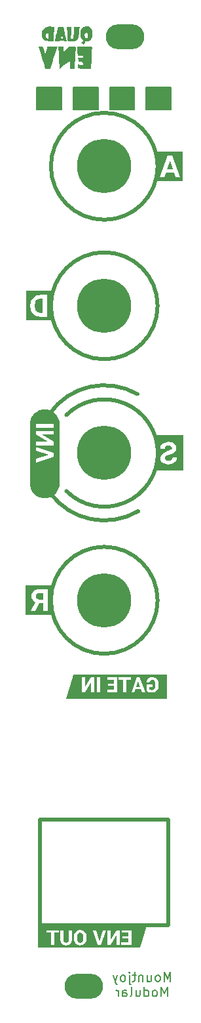
<source format=gbr>
%TF.GenerationSoftware,KiCad,Pcbnew,7.0.7*%
%TF.CreationDate,2023-08-21T13:05:00+01:00*%
%TF.ProjectId,QuadEnv_Panel_2,51756164-456e-4765-9f50-616e656c5f32,rev?*%
%TF.SameCoordinates,Original*%
%TF.FileFunction,Soldermask,Bot*%
%TF.FilePolarity,Negative*%
%FSLAX46Y46*%
G04 Gerber Fmt 4.6, Leading zero omitted, Abs format (unit mm)*
G04 Created by KiCad (PCBNEW 7.0.7) date 2023-08-21 13:05:00*
%MOMM*%
%LPD*%
G01*
G04 APERTURE LIST*
%ADD10C,0.150000*%
%ADD11C,0.500000*%
%ADD12C,0.200000*%
%ADD13O,5.000000X3.200000*%
%ADD14C,7.000000*%
G04 APERTURE END LIST*
D10*
X50700000Y-43800000D02*
X53900000Y-43800000D01*
X53900000Y-46700000D01*
X50700000Y-46700000D01*
X50700000Y-43800000D01*
G36*
X50700000Y-43800000D02*
G01*
X53900000Y-43800000D01*
X53900000Y-46700000D01*
X50700000Y-46700000D01*
X50700000Y-43800000D01*
G37*
X55400000Y-43800000D02*
X58600000Y-43800000D01*
X58600000Y-46700000D01*
X55400000Y-46700000D01*
X55400000Y-43800000D01*
G36*
X55400000Y-43800000D02*
G01*
X58600000Y-43800000D01*
X58600000Y-46700000D01*
X55400000Y-46700000D01*
X55400000Y-43800000D01*
G37*
X60100000Y-43800000D02*
X63300000Y-43800000D01*
X63300000Y-46700000D01*
X60100000Y-46700000D01*
X60100000Y-43800000D01*
G36*
X60100000Y-43800000D02*
G01*
X63300000Y-43800000D01*
X63300000Y-46700000D01*
X60100000Y-46700000D01*
X60100000Y-43800000D01*
G37*
X64800000Y-43800000D02*
X68000000Y-43800000D01*
X68000000Y-46700000D01*
X64800000Y-46700000D01*
X64800000Y-43800000D01*
G36*
X64800000Y-43800000D02*
G01*
X68000000Y-43800000D01*
X68000000Y-46700000D01*
X64800000Y-46700000D01*
X64800000Y-43800000D01*
G37*
D11*
X51100000Y-138300000D02*
X67700000Y-138300000D01*
X67700000Y-151900000D01*
X51100000Y-151900000D01*
X51100000Y-138300000D01*
X52419820Y-96185276D02*
G75*
G03*
X63800000Y-98500000I6980180J5185276D01*
G01*
X63700000Y-83400001D02*
G75*
G03*
X52331612Y-85922262I-4300000J-7499999D01*
G01*
X54500001Y-95899999D02*
G75*
G03*
X54500001Y-86100001I4899998J4899999D01*
G01*
X66300000Y-110000000D02*
G75*
G03*
X66300000Y-110000000I-6900000J0D01*
G01*
X66300000Y-72000000D02*
G75*
G03*
X66300000Y-72000000I-6900000J0D01*
G01*
X66300000Y-54000000D02*
G75*
G03*
X66300000Y-54000000I-6900000J0D01*
G01*
D12*
X67957142Y-159178742D02*
X67957142Y-157978742D01*
X67957142Y-157978742D02*
X67557142Y-158835885D01*
X67557142Y-158835885D02*
X67157142Y-157978742D01*
X67157142Y-157978742D02*
X67157142Y-159178742D01*
X66414285Y-159178742D02*
X66528570Y-159121600D01*
X66528570Y-159121600D02*
X66585713Y-159064457D01*
X66585713Y-159064457D02*
X66642856Y-158950171D01*
X66642856Y-158950171D02*
X66642856Y-158607314D01*
X66642856Y-158607314D02*
X66585713Y-158493028D01*
X66585713Y-158493028D02*
X66528570Y-158435885D01*
X66528570Y-158435885D02*
X66414285Y-158378742D01*
X66414285Y-158378742D02*
X66242856Y-158378742D01*
X66242856Y-158378742D02*
X66128570Y-158435885D01*
X66128570Y-158435885D02*
X66071428Y-158493028D01*
X66071428Y-158493028D02*
X66014285Y-158607314D01*
X66014285Y-158607314D02*
X66014285Y-158950171D01*
X66014285Y-158950171D02*
X66071428Y-159064457D01*
X66071428Y-159064457D02*
X66128570Y-159121600D01*
X66128570Y-159121600D02*
X66242856Y-159178742D01*
X66242856Y-159178742D02*
X66414285Y-159178742D01*
X64985714Y-158378742D02*
X64985714Y-159178742D01*
X65499999Y-158378742D02*
X65499999Y-159007314D01*
X65499999Y-159007314D02*
X65442856Y-159121600D01*
X65442856Y-159121600D02*
X65328571Y-159178742D01*
X65328571Y-159178742D02*
X65157142Y-159178742D01*
X65157142Y-159178742D02*
X65042856Y-159121600D01*
X65042856Y-159121600D02*
X64985714Y-159064457D01*
X64414285Y-158378742D02*
X64414285Y-159178742D01*
X64414285Y-158493028D02*
X64357142Y-158435885D01*
X64357142Y-158435885D02*
X64242857Y-158378742D01*
X64242857Y-158378742D02*
X64071428Y-158378742D01*
X64071428Y-158378742D02*
X63957142Y-158435885D01*
X63957142Y-158435885D02*
X63900000Y-158550171D01*
X63900000Y-158550171D02*
X63900000Y-159178742D01*
X63500000Y-158378742D02*
X63042857Y-158378742D01*
X63328571Y-157978742D02*
X63328571Y-159007314D01*
X63328571Y-159007314D02*
X63271428Y-159121600D01*
X63271428Y-159121600D02*
X63157143Y-159178742D01*
X63157143Y-159178742D02*
X63042857Y-159178742D01*
X62642857Y-158378742D02*
X62642857Y-159407314D01*
X62642857Y-159407314D02*
X62700000Y-159521600D01*
X62700000Y-159521600D02*
X62814286Y-159578742D01*
X62814286Y-159578742D02*
X62871429Y-159578742D01*
X62642857Y-157978742D02*
X62700000Y-158035885D01*
X62700000Y-158035885D02*
X62642857Y-158093028D01*
X62642857Y-158093028D02*
X62585714Y-158035885D01*
X62585714Y-158035885D02*
X62642857Y-157978742D01*
X62642857Y-157978742D02*
X62642857Y-158093028D01*
X61900000Y-159178742D02*
X62014285Y-159121600D01*
X62014285Y-159121600D02*
X62071428Y-159064457D01*
X62071428Y-159064457D02*
X62128571Y-158950171D01*
X62128571Y-158950171D02*
X62128571Y-158607314D01*
X62128571Y-158607314D02*
X62071428Y-158493028D01*
X62071428Y-158493028D02*
X62014285Y-158435885D01*
X62014285Y-158435885D02*
X61900000Y-158378742D01*
X61900000Y-158378742D02*
X61728571Y-158378742D01*
X61728571Y-158378742D02*
X61614285Y-158435885D01*
X61614285Y-158435885D02*
X61557143Y-158493028D01*
X61557143Y-158493028D02*
X61500000Y-158607314D01*
X61500000Y-158607314D02*
X61500000Y-158950171D01*
X61500000Y-158950171D02*
X61557143Y-159064457D01*
X61557143Y-159064457D02*
X61614285Y-159121600D01*
X61614285Y-159121600D02*
X61728571Y-159178742D01*
X61728571Y-159178742D02*
X61900000Y-159178742D01*
X61100000Y-158378742D02*
X60814286Y-159178742D01*
X60528571Y-158378742D02*
X60814286Y-159178742D01*
X60814286Y-159178742D02*
X60928571Y-159464457D01*
X60928571Y-159464457D02*
X60985714Y-159521600D01*
X60985714Y-159521600D02*
X61100000Y-159578742D01*
X67557141Y-161110742D02*
X67557141Y-159910742D01*
X67557141Y-159910742D02*
X67157141Y-160767885D01*
X67157141Y-160767885D02*
X66757141Y-159910742D01*
X66757141Y-159910742D02*
X66757141Y-161110742D01*
X66014284Y-161110742D02*
X66128569Y-161053600D01*
X66128569Y-161053600D02*
X66185712Y-160996457D01*
X66185712Y-160996457D02*
X66242855Y-160882171D01*
X66242855Y-160882171D02*
X66242855Y-160539314D01*
X66242855Y-160539314D02*
X66185712Y-160425028D01*
X66185712Y-160425028D02*
X66128569Y-160367885D01*
X66128569Y-160367885D02*
X66014284Y-160310742D01*
X66014284Y-160310742D02*
X65842855Y-160310742D01*
X65842855Y-160310742D02*
X65728569Y-160367885D01*
X65728569Y-160367885D02*
X65671427Y-160425028D01*
X65671427Y-160425028D02*
X65614284Y-160539314D01*
X65614284Y-160539314D02*
X65614284Y-160882171D01*
X65614284Y-160882171D02*
X65671427Y-160996457D01*
X65671427Y-160996457D02*
X65728569Y-161053600D01*
X65728569Y-161053600D02*
X65842855Y-161110742D01*
X65842855Y-161110742D02*
X66014284Y-161110742D01*
X64585713Y-161110742D02*
X64585713Y-159910742D01*
X64585713Y-161053600D02*
X64699998Y-161110742D01*
X64699998Y-161110742D02*
X64928570Y-161110742D01*
X64928570Y-161110742D02*
X65042855Y-161053600D01*
X65042855Y-161053600D02*
X65099998Y-160996457D01*
X65099998Y-160996457D02*
X65157141Y-160882171D01*
X65157141Y-160882171D02*
X65157141Y-160539314D01*
X65157141Y-160539314D02*
X65099998Y-160425028D01*
X65099998Y-160425028D02*
X65042855Y-160367885D01*
X65042855Y-160367885D02*
X64928570Y-160310742D01*
X64928570Y-160310742D02*
X64699998Y-160310742D01*
X64699998Y-160310742D02*
X64585713Y-160367885D01*
X63499999Y-160310742D02*
X63499999Y-161110742D01*
X64014284Y-160310742D02*
X64014284Y-160939314D01*
X64014284Y-160939314D02*
X63957141Y-161053600D01*
X63957141Y-161053600D02*
X63842856Y-161110742D01*
X63842856Y-161110742D02*
X63671427Y-161110742D01*
X63671427Y-161110742D02*
X63557141Y-161053600D01*
X63557141Y-161053600D02*
X63499999Y-160996457D01*
X62757142Y-161110742D02*
X62871427Y-161053600D01*
X62871427Y-161053600D02*
X62928570Y-160939314D01*
X62928570Y-160939314D02*
X62928570Y-159910742D01*
X61785714Y-161110742D02*
X61785714Y-160482171D01*
X61785714Y-160482171D02*
X61842856Y-160367885D01*
X61842856Y-160367885D02*
X61957142Y-160310742D01*
X61957142Y-160310742D02*
X62185714Y-160310742D01*
X62185714Y-160310742D02*
X62299999Y-160367885D01*
X61785714Y-161053600D02*
X61899999Y-161110742D01*
X61899999Y-161110742D02*
X62185714Y-161110742D01*
X62185714Y-161110742D02*
X62299999Y-161053600D01*
X62299999Y-161053600D02*
X62357142Y-160939314D01*
X62357142Y-160939314D02*
X62357142Y-160825028D01*
X62357142Y-160825028D02*
X62299999Y-160710742D01*
X62299999Y-160710742D02*
X62185714Y-160653600D01*
X62185714Y-160653600D02*
X61899999Y-160653600D01*
X61899999Y-160653600D02*
X61785714Y-160596457D01*
X61214285Y-161110742D02*
X61214285Y-160310742D01*
X61214285Y-160539314D02*
X61157142Y-160425028D01*
X61157142Y-160425028D02*
X61100000Y-160367885D01*
X61100000Y-160367885D02*
X60985714Y-160310742D01*
X60985714Y-160310742D02*
X60871428Y-160310742D01*
%TO.C,kibuzzard-64E35296*%
G36*
X52577546Y-111906860D02*
G01*
X52081452Y-111906860D01*
X51500093Y-111906860D01*
X49883912Y-111906860D01*
X49222454Y-111906860D01*
X49222454Y-111410767D01*
X49883912Y-111410767D01*
X50507905Y-111410767D01*
X51036943Y-110377884D01*
X51500093Y-110377884D01*
X51500093Y-111410767D01*
X52081452Y-111410767D01*
X52081452Y-108589233D01*
X51033067Y-108589233D01*
X50725161Y-108613995D01*
X50468071Y-108688280D01*
X50261796Y-108812088D01*
X50111073Y-108981113D01*
X50020639Y-109191049D01*
X49990495Y-109441895D01*
X50021743Y-109706656D01*
X50115487Y-109923454D01*
X50272697Y-110096651D01*
X50494340Y-110230606D01*
X49883912Y-111383636D01*
X49883912Y-111410767D01*
X49222454Y-111410767D01*
X49222454Y-108093140D01*
X49883912Y-108093140D01*
X52081452Y-108093140D01*
X52577546Y-108093140D01*
X52577546Y-111906860D01*
G37*
G36*
X51500093Y-109906982D02*
G01*
X51031129Y-109906982D01*
X50836858Y-109879126D01*
X50692002Y-109795555D01*
X50601892Y-109663054D01*
X50571855Y-109488403D01*
X50600196Y-109310120D01*
X50685220Y-109174469D01*
X50828864Y-109088718D01*
X51033067Y-109060135D01*
X51500093Y-109060135D01*
X51500093Y-109906982D01*
G37*
%TO.C,kibuzzard-64E35286*%
G36*
X52657199Y-73906860D02*
G01*
X51995740Y-73906860D01*
X49838895Y-73906860D01*
X49342801Y-73906860D01*
X49342801Y-72065887D01*
X49838895Y-72065887D01*
X49856874Y-72318456D01*
X49910812Y-72551646D01*
X50000707Y-72765457D01*
X50123331Y-72954291D01*
X50275453Y-73112551D01*
X50457074Y-73240234D01*
X50661842Y-73334113D01*
X50883405Y-73390957D01*
X51121763Y-73410767D01*
X51995740Y-73410767D01*
X51995740Y-70589233D01*
X51127576Y-70589233D01*
X50888250Y-70607858D01*
X50666364Y-70663734D01*
X50461919Y-70756859D01*
X50280513Y-70884327D01*
X50127745Y-71043232D01*
X50003614Y-71233574D01*
X49912103Y-71449000D01*
X49857197Y-71683159D01*
X49838895Y-71936050D01*
X49838895Y-72065887D01*
X49342801Y-72065887D01*
X49342801Y-70093140D01*
X49838895Y-70093140D01*
X51995740Y-70093140D01*
X52657199Y-70093140D01*
X52657199Y-73906860D01*
G37*
G36*
X51414380Y-72943741D02*
G01*
X51133390Y-72943741D01*
X50832536Y-72888027D01*
X50612104Y-72720886D01*
X50511550Y-72551000D01*
X50450184Y-72338481D01*
X50428006Y-72083328D01*
X50428006Y-71934113D01*
X50447816Y-71670455D01*
X50507244Y-71453091D01*
X50606290Y-71282021D01*
X50825754Y-71115606D01*
X51127576Y-71060135D01*
X51414380Y-71060135D01*
X51414380Y-72943741D01*
G37*
%TO.C,kibuzzard-64E3524E*%
G36*
X69553323Y-55906860D02*
G01*
X69222594Y-55906860D01*
X68604414Y-55906860D01*
X66577406Y-55906860D01*
X66246677Y-55906860D01*
X66246677Y-55410767D01*
X66577406Y-55410767D01*
X67195586Y-55410767D01*
X67391310Y-54829407D01*
X68410628Y-54829407D01*
X68604414Y-55410767D01*
X69222594Y-55410767D01*
X68172270Y-52589233D01*
X67633543Y-52589233D01*
X66577406Y-55410767D01*
X66246677Y-55410767D01*
X66246677Y-52093140D01*
X66577406Y-52093140D01*
X69222594Y-52093140D01*
X69553323Y-52093140D01*
X69553323Y-55906860D01*
G37*
G36*
X68253661Y-54358505D02*
G01*
X67548277Y-54358505D01*
X67902907Y-53302368D01*
X68253661Y-54358505D01*
G37*
%TO.C,kibuzzard-64E1F5CF*%
G36*
X69643757Y-93276347D02*
G01*
X68816934Y-93276347D01*
X67675530Y-93276347D01*
X66652337Y-93276347D01*
X66156243Y-93276347D01*
X66156243Y-91666626D01*
X66652337Y-91666626D01*
X66683128Y-91893249D01*
X66775499Y-92084774D01*
X66929452Y-92241203D01*
X67135512Y-92356937D01*
X67384205Y-92426377D01*
X67675530Y-92449524D01*
X67986558Y-92419729D01*
X68268518Y-92330345D01*
X68504211Y-92189123D01*
X68676438Y-92003815D01*
X68781810Y-91779991D01*
X68816934Y-91523224D01*
X68233636Y-91523224D01*
X68198754Y-91727548D01*
X68094110Y-91873493D01*
X67919702Y-91961061D01*
X67675530Y-91990250D01*
X67490949Y-91969175D01*
X67351907Y-91905952D01*
X67235635Y-91670502D01*
X67351907Y-91417610D01*
X67514688Y-91327015D01*
X67770486Y-91231575D01*
X68041303Y-91134439D01*
X68249139Y-91038757D01*
X68516134Y-90845617D01*
X68676331Y-90612427D01*
X68729730Y-90339188D01*
X68697513Y-90122873D01*
X68600862Y-89931267D01*
X68443894Y-89771635D01*
X68230729Y-89651245D01*
X67974689Y-89575668D01*
X67689096Y-89550476D01*
X67403260Y-89577848D01*
X67150369Y-89659966D01*
X66940353Y-89791983D01*
X66783143Y-89969055D01*
X66685039Y-90182220D01*
X66652337Y-90422516D01*
X67233697Y-90422516D01*
X67264218Y-90250288D01*
X67355783Y-90121178D01*
X67502576Y-90040514D01*
X67698785Y-90013626D01*
X67888211Y-90036154D01*
X68030160Y-90103737D01*
X68148370Y-90341125D01*
X68009812Y-90571732D01*
X67838553Y-90661842D01*
X67601892Y-90746140D01*
X67301092Y-90853583D01*
X67060150Y-90976961D01*
X66879067Y-91116272D01*
X66709020Y-91364319D01*
X66652337Y-91666626D01*
X66156243Y-91666626D01*
X66156243Y-88723653D01*
X66652337Y-88723653D01*
X68816934Y-88723653D01*
X69643757Y-88723653D01*
X69643757Y-93276347D01*
G37*
%TO.C,kibuzzard-64E1DFAD*%
G36*
X53622363Y-90008209D02*
G01*
X53622363Y-91491839D01*
X53622363Y-92277838D01*
X53622363Y-94923671D01*
X53613107Y-95112096D01*
X53585426Y-95298706D01*
X53539587Y-95481704D01*
X53476032Y-95659328D01*
X53395373Y-95829867D01*
X53298387Y-95991679D01*
X53186007Y-96143206D01*
X53059316Y-96282987D01*
X52919534Y-96409678D01*
X52768008Y-96522058D01*
X52606196Y-96619044D01*
X52435657Y-96699703D01*
X52258033Y-96763258D01*
X52075034Y-96809097D01*
X51888425Y-96836778D01*
X51700000Y-96846035D01*
X51511575Y-96836778D01*
X51324966Y-96809097D01*
X51141967Y-96763258D01*
X50964343Y-96699703D01*
X50793804Y-96619044D01*
X50631992Y-96522058D01*
X50480466Y-96409678D01*
X50340684Y-96282987D01*
X50213993Y-96143206D01*
X50101613Y-95991679D01*
X50004627Y-95829867D01*
X49923968Y-95659328D01*
X49860413Y-95481704D01*
X49814574Y-95298706D01*
X49786893Y-95112096D01*
X49777637Y-94923671D01*
X49777637Y-92277838D01*
X50571387Y-92277838D01*
X52828613Y-91491839D01*
X52828613Y-91006598D01*
X50571387Y-90223700D01*
X50571387Y-90739947D01*
X52268958Y-91248443D01*
X50571387Y-91760040D01*
X50571387Y-92277838D01*
X49777637Y-92277838D01*
X49777637Y-90008209D01*
X50571387Y-90008209D01*
X52828613Y-90008209D01*
X52828613Y-89543121D01*
X51343433Y-88637750D01*
X52828613Y-88637750D01*
X52828613Y-88172662D01*
X50571387Y-88172662D01*
X50571387Y-88637750D01*
X52059668Y-89544671D01*
X50571387Y-89544671D01*
X50571387Y-90008209D01*
X49777637Y-90008209D01*
X49777637Y-87741681D01*
X50571387Y-87741681D01*
X52828613Y-87741681D01*
X52828613Y-87276593D01*
X50571387Y-87276593D01*
X50571387Y-87741681D01*
X49777637Y-87741681D01*
X49777637Y-87276593D01*
X49777637Y-87276328D01*
X49786893Y-87087904D01*
X49814574Y-86901294D01*
X49860413Y-86718296D01*
X49923968Y-86540672D01*
X50004627Y-86370133D01*
X50101613Y-86208321D01*
X50213993Y-86056794D01*
X50340684Y-85917012D01*
X50480466Y-85790322D01*
X50631992Y-85677942D01*
X50793804Y-85580956D01*
X50964344Y-85500297D01*
X51141967Y-85436742D01*
X51324966Y-85390903D01*
X51511575Y-85363222D01*
X51700000Y-85353965D01*
X51888425Y-85363222D01*
X52075034Y-85390903D01*
X52258033Y-85436742D01*
X52435656Y-85500297D01*
X52606196Y-85580956D01*
X52768008Y-85677942D01*
X52919534Y-85790322D01*
X53059316Y-85917012D01*
X53186007Y-86056794D01*
X53298387Y-86208321D01*
X53395373Y-86370133D01*
X53476032Y-86540672D01*
X53539587Y-86718296D01*
X53585426Y-86901294D01*
X53613107Y-87087904D01*
X53622363Y-87276328D01*
X53622363Y-87276593D01*
X53622363Y-87741681D01*
X53622363Y-90008209D01*
G37*
%TO.C,Ge*%
G36*
X54489673Y-37651310D02*
G01*
X54514694Y-37767511D01*
X54523787Y-37818673D01*
X54519729Y-37826743D01*
X54462644Y-37847079D01*
X54359638Y-37855225D01*
X54254132Y-37848607D01*
X54197110Y-37817354D01*
X54167982Y-37745633D01*
X54150699Y-37685216D01*
X54126981Y-37664482D01*
X54086216Y-37710247D01*
X54052155Y-37760855D01*
X54018854Y-37823759D01*
X54010385Y-37830946D01*
X53951076Y-37820885D01*
X53857521Y-37775607D01*
X53799927Y-37741967D01*
X53734433Y-37710913D01*
X53704614Y-37720997D01*
X53687444Y-37771687D01*
X53681256Y-37791216D01*
X53655354Y-37825364D01*
X53599740Y-37844684D01*
X53496843Y-37853272D01*
X53329089Y-37855225D01*
X53249829Y-37854976D01*
X53114395Y-37851241D01*
X53040074Y-37840305D01*
X53011878Y-37818727D01*
X53014819Y-37783066D01*
X53029620Y-37727065D01*
X53060219Y-37600968D01*
X53093655Y-37458892D01*
X53785220Y-37458892D01*
X53787655Y-37460624D01*
X53843757Y-37480283D01*
X53942282Y-37504532D01*
X53963157Y-37508971D01*
X54044510Y-37520148D01*
X54069518Y-37494511D01*
X54058675Y-37416573D01*
X54034594Y-37315142D01*
X53992142Y-37188721D01*
X53948792Y-37106882D01*
X53912640Y-37087852D01*
X53884333Y-37128288D01*
X53845534Y-37216844D01*
X53809089Y-37321827D01*
X53785488Y-37412692D01*
X53785220Y-37458892D01*
X53093655Y-37458892D01*
X53101660Y-37424876D01*
X53150195Y-37215190D01*
X53202078Y-36988308D01*
X53253561Y-36760629D01*
X53300897Y-36548552D01*
X53340338Y-36368475D01*
X53368139Y-36236799D01*
X53416322Y-35999705D01*
X54139476Y-35999705D01*
X54190902Y-36298650D01*
X54195573Y-36325050D01*
X54228127Y-36491727D01*
X54273830Y-36708135D01*
X54327275Y-36949203D01*
X54383057Y-37189858D01*
X54405394Y-37284328D01*
X54452111Y-37485204D01*
X54454216Y-37494511D01*
X54489673Y-37651310D01*
G37*
G36*
X57865799Y-37208655D02*
G01*
X57837795Y-37320745D01*
X57791151Y-37422270D01*
X57646922Y-37642504D01*
X57490827Y-37789207D01*
X57310105Y-37870898D01*
X57091883Y-37896304D01*
X57052987Y-37896548D01*
X56945560Y-37903129D01*
X56900349Y-37922734D01*
X56901379Y-37960771D01*
X56903231Y-37966820D01*
X56885540Y-38045038D01*
X56811432Y-38144726D01*
X56696807Y-38264370D01*
X56568982Y-38176235D01*
X56548781Y-38162278D01*
X56465407Y-38104028D01*
X56421506Y-38072276D01*
X56425451Y-38057106D01*
X56474147Y-38001509D01*
X56560935Y-37922898D01*
X56720014Y-37789343D01*
X56608155Y-37716050D01*
X56559438Y-37673456D01*
X56472871Y-37562992D01*
X56396970Y-37429429D01*
X56356851Y-37324135D01*
X56312335Y-37112029D01*
X56862996Y-37112029D01*
X56883423Y-37260366D01*
X56930041Y-37377786D01*
X57001576Y-37451932D01*
X57080281Y-37484121D01*
X57142154Y-37466721D01*
X57222665Y-37384762D01*
X57278990Y-37253128D01*
X57300194Y-37091346D01*
X57299533Y-37055403D01*
X57271650Y-36900475D01*
X57199877Y-36811560D01*
X57080281Y-36783147D01*
X56992715Y-36798927D01*
X56913522Y-36847195D01*
X56904960Y-36859007D01*
X56869821Y-36966876D01*
X56862996Y-37112029D01*
X56312335Y-37112029D01*
X56307642Y-37089668D01*
X56293700Y-36834928D01*
X56315708Y-36591188D01*
X56374345Y-36389720D01*
X56418227Y-36306203D01*
X56574938Y-36119168D01*
X56776380Y-35993277D01*
X57008202Y-35935631D01*
X57256053Y-35953332D01*
X57322331Y-35969959D01*
X57509962Y-36043202D01*
X57651052Y-36155103D01*
X57772636Y-36325117D01*
X57799153Y-36371598D01*
X57844129Y-36467895D01*
X57869679Y-36568396D01*
X57880927Y-36699157D01*
X57882998Y-36886231D01*
X57879456Y-37060950D01*
X57876646Y-37091346D01*
X57865799Y-37208655D01*
G37*
G36*
X52861721Y-37850948D02*
G01*
X52734069Y-37869668D01*
X52590449Y-37880684D01*
X52383297Y-37876580D01*
X52167138Y-37856391D01*
X51972362Y-37823134D01*
X51829361Y-37779829D01*
X51783955Y-37757727D01*
X51593106Y-37618635D01*
X51439606Y-37433138D01*
X51345937Y-37226951D01*
X51343809Y-37218874D01*
X51334042Y-37148076D01*
X51814176Y-37148076D01*
X51820345Y-37188642D01*
X51858297Y-37315173D01*
X51911207Y-37401963D01*
X51976281Y-37451800D01*
X52082277Y-37503712D01*
X52096512Y-37507903D01*
X52135374Y-37514037D01*
X52158290Y-37495467D01*
X52168599Y-37437762D01*
X52169637Y-37326492D01*
X52164745Y-37147226D01*
X52162957Y-37089997D01*
X52156544Y-36930760D01*
X52146673Y-36834731D01*
X52128689Y-36786853D01*
X52097937Y-36772068D01*
X52049761Y-36775320D01*
X52012477Y-36782210D01*
X51891798Y-36850173D01*
X51823687Y-36975310D01*
X51814176Y-37148076D01*
X51334042Y-37148076D01*
X51317003Y-37024563D01*
X51322696Y-36808095D01*
X51357736Y-36603249D01*
X51418973Y-36443804D01*
X51558883Y-36269169D01*
X51772633Y-36119455D01*
X52038978Y-36019256D01*
X52348592Y-35971960D01*
X52692151Y-35980960D01*
X52966653Y-36010357D01*
X52941978Y-36190381D01*
X52934532Y-36263581D01*
X52923521Y-36416525D01*
X52911678Y-36620417D01*
X52900008Y-36857664D01*
X52889512Y-37110677D01*
X52881410Y-37326492D01*
X52861721Y-37850948D01*
G37*
G36*
X55837836Y-35999696D02*
G01*
X56224125Y-35999705D01*
X56196338Y-36360501D01*
X56170383Y-36670292D01*
X56137322Y-36976308D01*
X56099248Y-37217956D01*
X56052900Y-37405127D01*
X55995018Y-37547711D01*
X55922342Y-37655598D01*
X55831611Y-37738677D01*
X55719566Y-37806840D01*
X55676806Y-37828236D01*
X55581294Y-37866512D01*
X55480688Y-37886362D01*
X55349313Y-37891393D01*
X55161497Y-37885210D01*
X55102773Y-37882573D01*
X54930411Y-37874095D01*
X54803274Y-37858530D01*
X54714507Y-37825116D01*
X54657254Y-37763090D01*
X54624658Y-37661692D01*
X54609863Y-37510158D01*
X54606014Y-37297726D01*
X54606255Y-37013636D01*
X54605175Y-36792010D01*
X54601605Y-36558400D01*
X54595989Y-36359298D01*
X54588794Y-36210690D01*
X54580483Y-36128561D01*
X54554712Y-35999705D01*
X55149361Y-35999705D01*
X55119537Y-36783147D01*
X55089712Y-37566588D01*
X55217637Y-37566588D01*
X55224466Y-37566553D01*
X55300813Y-37557945D01*
X55358051Y-37527236D01*
X55398865Y-37464375D01*
X55425939Y-37359308D01*
X55441954Y-37201985D01*
X55449596Y-36982354D01*
X55451547Y-36690361D01*
X55451547Y-35999686D01*
X55837836Y-35999696D01*
G37*
%TO.C,kibuzzard-64244971*%
G36*
X64032057Y-154847916D02*
G01*
X62907578Y-154847916D01*
X61621455Y-154847916D01*
X59829316Y-154847916D01*
X58568231Y-154847916D01*
X56285889Y-154847916D01*
X54467396Y-154847916D01*
X52551388Y-154847916D01*
X51963672Y-154847916D01*
X50839193Y-154847916D01*
X50839193Y-152565575D01*
X51963672Y-152565575D01*
X51963672Y-152885788D01*
X52551388Y-152885788D01*
X52551388Y-154484217D01*
X52946713Y-154484217D01*
X52946713Y-152885788D01*
X53526523Y-152885788D01*
X53526523Y-152565575D01*
X53732092Y-152565575D01*
X53732092Y-153829296D01*
X53753981Y-154024616D01*
X53819649Y-154190652D01*
X53929095Y-154327405D01*
X54076463Y-154429164D01*
X54255897Y-154490220D01*
X54467396Y-154510572D01*
X54676039Y-154490806D01*
X54853935Y-154431507D01*
X55001084Y-154332676D01*
X55111336Y-154199291D01*
X55178541Y-154036329D01*
X55202700Y-153843791D01*
X55202700Y-153568382D01*
X55471520Y-153568382D01*
X55482648Y-153749499D01*
X55516031Y-153915096D01*
X55571669Y-154065173D01*
X55648025Y-154196655D01*
X55743562Y-154306467D01*
X55858280Y-154394610D01*
X55988664Y-154459033D01*
X56131200Y-154497687D01*
X56285889Y-154510572D01*
X56439187Y-154497834D01*
X56581065Y-154459619D01*
X56711522Y-154395928D01*
X56826898Y-154308590D01*
X56923533Y-154199437D01*
X57001427Y-154068467D01*
X57058676Y-153919488D01*
X57093377Y-153756307D01*
X57105529Y-153578924D01*
X57105529Y-153484046D01*
X57094182Y-153302709D01*
X57060140Y-153136453D01*
X57003404Y-152985278D01*
X56925949Y-152852771D01*
X56829754Y-152742519D01*
X56714817Y-152654523D01*
X56584579Y-152590465D01*
X56492556Y-152565575D01*
X57900132Y-152565575D01*
X58568231Y-154484217D01*
X58980686Y-154484217D01*
X59646149Y-152565575D01*
X59829316Y-152565575D01*
X59829316Y-154484217D01*
X60224641Y-154484217D01*
X60994206Y-153221814D01*
X60994206Y-154484217D01*
X61389531Y-154484217D01*
X61621455Y-154484217D01*
X62907578Y-154484217D01*
X62907578Y-152565575D01*
X61624091Y-152565575D01*
X61624091Y-152885788D01*
X62512253Y-152885788D01*
X62512253Y-153343046D01*
X61753230Y-153343046D01*
X61753230Y-153652717D01*
X62512253Y-153652717D01*
X62512253Y-154166640D01*
X61621455Y-154166640D01*
X61621455Y-154484217D01*
X61389531Y-154484217D01*
X61389531Y-152565575D01*
X60994206Y-152565575D01*
X60223323Y-153830614D01*
X60223323Y-152565575D01*
X59829316Y-152565575D01*
X59646149Y-152565575D01*
X59207339Y-152565575D01*
X58775117Y-154008510D01*
X58340260Y-152565575D01*
X57900132Y-152565575D01*
X56492556Y-152565575D01*
X56442482Y-152552031D01*
X56288525Y-152539220D01*
X56134568Y-152552031D01*
X55992470Y-152590465D01*
X55862233Y-152654523D01*
X55747296Y-152742519D01*
X55651100Y-152852771D01*
X55573646Y-152985278D01*
X55516909Y-153136306D01*
X55482868Y-153302123D01*
X55471520Y-153482728D01*
X55471520Y-153568382D01*
X55202700Y-153568382D01*
X55202700Y-152565575D01*
X54807375Y-152565575D01*
X54807375Y-153831931D01*
X54784808Y-153994838D01*
X54717109Y-154106682D01*
X54609548Y-154171416D01*
X54467396Y-154192995D01*
X54321208Y-154171087D01*
X54216035Y-154105364D01*
X54151877Y-153995826D01*
X54128734Y-153842473D01*
X54128734Y-152565575D01*
X53732092Y-152565575D01*
X53526523Y-152565575D01*
X51963672Y-152565575D01*
X50839193Y-152565575D01*
X50839193Y-151752084D01*
X51963672Y-151752084D01*
X62907578Y-151752084D01*
X64032057Y-151752084D01*
X64960807Y-151752084D01*
X64032057Y-154847916D01*
G37*
G36*
X56464774Y-152904730D02*
G01*
X56595560Y-153020857D01*
X56655737Y-153140113D01*
X56692195Y-153291435D01*
X56704933Y-153474821D01*
X56704933Y-153568382D01*
X56692927Y-153749645D01*
X56656909Y-153901626D01*
X56596878Y-154024323D01*
X56465103Y-154145885D01*
X56285889Y-154186406D01*
X56109970Y-154147368D01*
X55980171Y-154030253D01*
X55920726Y-153910264D01*
X55884708Y-153758503D01*
X55872116Y-153574970D01*
X55872116Y-153481410D01*
X55884122Y-153296340D01*
X55920141Y-153143481D01*
X55980171Y-153022833D01*
X56111287Y-152905224D01*
X56288525Y-152866021D01*
X56464774Y-152904730D01*
G37*
%TO.C,G\u002A\u002A\u002A*%
G36*
X57038952Y-38566718D02*
G01*
X57379484Y-38570194D01*
X57614024Y-38578982D01*
X57758115Y-38594475D01*
X57827295Y-38618065D01*
X57837106Y-38651146D01*
X57833810Y-38665251D01*
X57821080Y-38786884D01*
X57806039Y-39009214D01*
X57789795Y-39312192D01*
X57773456Y-39675768D01*
X57758131Y-40079896D01*
X57711638Y-41424000D01*
X56898567Y-41424000D01*
X56852726Y-41423924D01*
X56550531Y-41419460D01*
X56300852Y-41409108D01*
X56128513Y-41394278D01*
X56058338Y-41376375D01*
X56055329Y-41370292D01*
X56025065Y-41268040D01*
X55991101Y-41106500D01*
X55951022Y-40884250D01*
X56300261Y-40906001D01*
X56649500Y-40927753D01*
X56649500Y-40731376D01*
X56647837Y-40654393D01*
X56622611Y-40572257D01*
X56539416Y-40540362D01*
X56363750Y-40535000D01*
X56278404Y-40532453D01*
X56134771Y-40512577D01*
X56078000Y-40479437D01*
X56077999Y-40478915D01*
X56066221Y-40381130D01*
X56038313Y-40225437D01*
X55998625Y-40027000D01*
X56324063Y-40027000D01*
X56470381Y-40025081D01*
X56591358Y-40007886D01*
X56640331Y-39959003D01*
X56649500Y-39862121D01*
X56645802Y-39784514D01*
X56612806Y-39727329D01*
X56518061Y-39710386D01*
X56329197Y-39719246D01*
X56177410Y-39727798D01*
X56071866Y-39715082D01*
X56006875Y-39659652D01*
X55970495Y-39540488D01*
X55950781Y-39336568D01*
X55935790Y-39026874D01*
X55915099Y-38566499D01*
X56892344Y-38566499D01*
X57038952Y-38566718D01*
G37*
G36*
X54118417Y-38896272D02*
G01*
X54095583Y-39226123D01*
X54856995Y-38566499D01*
X55313027Y-38566500D01*
X55341443Y-38566522D01*
X55566532Y-38570642D01*
X55691416Y-38586291D01*
X55740419Y-38619831D01*
X55737866Y-38677625D01*
X55736236Y-38684319D01*
X55721202Y-38801720D01*
X55703617Y-39014487D01*
X55685538Y-39294654D01*
X55669020Y-39614250D01*
X55652873Y-39946138D01*
X55632480Y-40324079D01*
X55611998Y-40668164D01*
X55594074Y-40931875D01*
X55556782Y-41424000D01*
X54998500Y-41424000D01*
X54998500Y-40947750D01*
X54998249Y-40904312D01*
X54988291Y-40684370D01*
X54966693Y-40529844D01*
X54937401Y-40471500D01*
X54936300Y-40471564D01*
X54861068Y-40510725D01*
X54707918Y-40611945D01*
X54498579Y-40760286D01*
X54254776Y-40940811D01*
X53633250Y-41410122D01*
X53594118Y-40893186D01*
X53592519Y-40871769D01*
X53574185Y-40597205D01*
X53553329Y-40243402D01*
X53532397Y-39853684D01*
X53513835Y-39471375D01*
X53472683Y-38566500D01*
X53806967Y-38566460D01*
X54141250Y-38566421D01*
X54118417Y-38896272D01*
G37*
G36*
X51401657Y-38573662D02*
G01*
X51477121Y-38611331D01*
X51529238Y-38702440D01*
X51576058Y-38870243D01*
X51635629Y-39138000D01*
X51684417Y-39345902D01*
X51738437Y-39522267D01*
X51783881Y-39583324D01*
X51826474Y-39535017D01*
X51871942Y-39383288D01*
X51881569Y-39342682D01*
X51937029Y-39083198D01*
X51982116Y-38836375D01*
X52025164Y-38566500D01*
X53338459Y-38566500D01*
X53036683Y-39471375D01*
X53011815Y-39546182D01*
X52888250Y-39924069D01*
X52767413Y-40302533D01*
X52662039Y-40641307D01*
X52584861Y-40900125D01*
X52434814Y-41424000D01*
X51776736Y-41424000D01*
X51669336Y-41041227D01*
X51637469Y-40931505D01*
X51560916Y-40678827D01*
X51460291Y-40354685D01*
X51344974Y-39989196D01*
X51224345Y-39612477D01*
X50886755Y-38566500D01*
X51192098Y-38566500D01*
X51284798Y-38566176D01*
X51401657Y-38573662D01*
G37*
%TO.C,kibuzzard-6424498C*%
G36*
X67542931Y-122697916D02*
G01*
X66418452Y-122697916D01*
X65586953Y-122697916D01*
X64274475Y-122697916D01*
X61860358Y-122697916D01*
X59761184Y-122697916D01*
X58436846Y-122697916D01*
X56510297Y-122697916D01*
X55385818Y-122697916D01*
X54457069Y-122697916D01*
X55276708Y-119965783D01*
X56510297Y-119965783D01*
X56510297Y-121884425D01*
X56905622Y-121884425D01*
X57675187Y-120622022D01*
X57675187Y-121884425D01*
X58070512Y-121884425D01*
X58070512Y-119965783D01*
X58436846Y-119965783D01*
X58436846Y-121884425D01*
X58832171Y-121884425D01*
X59761184Y-121884425D01*
X61047307Y-121884425D01*
X61047307Y-119965783D01*
X61272642Y-119965783D01*
X61272642Y-120285996D01*
X61860358Y-120285996D01*
X61860358Y-121884425D01*
X62255683Y-121884425D01*
X62896109Y-121884425D01*
X63316471Y-121884425D01*
X63449564Y-121489101D01*
X64142700Y-121489101D01*
X64274475Y-121884425D01*
X64694836Y-121884425D01*
X64604578Y-121641960D01*
X64852966Y-121641960D01*
X64981776Y-121755451D01*
X65154731Y-121840281D01*
X65360300Y-121893156D01*
X65586953Y-121910780D01*
X65746181Y-121898701D01*
X65891792Y-121862463D01*
X66023786Y-121802066D01*
X66190152Y-121668809D01*
X66313691Y-121486465D01*
X66370720Y-121340488D01*
X66405641Y-121178405D01*
X66418452Y-121000216D01*
X66418452Y-120869759D01*
X66407691Y-120686811D01*
X66375406Y-120520994D01*
X66321598Y-120372308D01*
X66203330Y-120186835D01*
X66042235Y-120050778D01*
X65913608Y-119988917D01*
X65771071Y-119951800D01*
X65614625Y-119939428D01*
X65403639Y-119957510D01*
X65225743Y-120011758D01*
X65080937Y-120102170D01*
X64970100Y-120227136D01*
X64894109Y-120385047D01*
X64852966Y-120575901D01*
X65237749Y-120575901D01*
X65280082Y-120433254D01*
X65354370Y-120334753D01*
X65461602Y-120277431D01*
X65602766Y-120258323D01*
X65780332Y-120296208D01*
X65909801Y-120409864D01*
X65968514Y-120527290D01*
X66004093Y-120677514D01*
X66016539Y-120860534D01*
X66016539Y-120983085D01*
X66003801Y-121167863D01*
X65965586Y-121319843D01*
X65901895Y-121439026D01*
X65760566Y-121554659D01*
X65565869Y-121593203D01*
X65375124Y-121569483D01*
X65248291Y-121498325D01*
X65248291Y-121167570D01*
X65608037Y-121167570D01*
X65608037Y-120876347D01*
X64852966Y-120876347D01*
X64852966Y-121641960D01*
X64604578Y-121641960D01*
X63980617Y-119965783D01*
X63614282Y-119965783D01*
X62896109Y-121884425D01*
X62255683Y-121884425D01*
X62255683Y-120285996D01*
X62835493Y-120285996D01*
X62835493Y-119965783D01*
X61272642Y-119965783D01*
X61047307Y-119965783D01*
X59763820Y-119965783D01*
X59763820Y-120285996D01*
X60651982Y-120285996D01*
X60651982Y-120743255D01*
X59892959Y-120743255D01*
X59892959Y-121052926D01*
X60651982Y-121052926D01*
X60651982Y-121566848D01*
X59761184Y-121566848D01*
X59761184Y-121884425D01*
X58832171Y-121884425D01*
X58832171Y-119965783D01*
X58436846Y-119965783D01*
X58070512Y-119965783D01*
X57675187Y-119965783D01*
X56904304Y-121230822D01*
X56904304Y-119965783D01*
X56510297Y-119965783D01*
X55276708Y-119965783D01*
X55385818Y-119602084D01*
X56510297Y-119602084D01*
X66418452Y-119602084D01*
X67542931Y-119602084D01*
X67542931Y-122697916D01*
G37*
G36*
X64035962Y-121168888D02*
G01*
X63556301Y-121168888D01*
X63797449Y-120450715D01*
X64035962Y-121168888D01*
G37*
%TD*%
D13*
%TO.C,Ref\u002A\u002A*%
X62080000Y-37300000D03*
%TD*%
%TO.C,Ref\u002A\u002A*%
X56780000Y-159800000D03*
%TD*%
D14*
%TO.C,Ref\u002A\u002A*%
X59400000Y-110000000D03*
%TD*%
%TO.C,Ref\u002A\u002A*%
X59400000Y-91000000D03*
%TD*%
%TO.C,Ref\u002A\u002A*%
X59400000Y-54000000D03*
%TD*%
%TO.C,Ref\u002A\u002A*%
X59400000Y-72000000D03*
%TD*%
G36*
X58342121Y-44020002D02*
G01*
X58388614Y-44073658D01*
X58400000Y-44126000D01*
X58400000Y-46374000D01*
X58379998Y-46442121D01*
X58326342Y-46488614D01*
X58274000Y-46500000D01*
X55726000Y-46500000D01*
X55657879Y-46479998D01*
X55611386Y-46426342D01*
X55600000Y-46374000D01*
X55600000Y-44126000D01*
X55620002Y-44057879D01*
X55673658Y-44011386D01*
X55726000Y-44000000D01*
X58274000Y-44000000D01*
X58342121Y-44020002D01*
G37*
G36*
X67742121Y-44020002D02*
G01*
X67788614Y-44073658D01*
X67800000Y-44126000D01*
X67800000Y-46374000D01*
X67779998Y-46442121D01*
X67726342Y-46488614D01*
X67674000Y-46500000D01*
X65126000Y-46500000D01*
X65057879Y-46479998D01*
X65011386Y-46426342D01*
X65000000Y-46374000D01*
X65000000Y-44126000D01*
X65020002Y-44057879D01*
X65073658Y-44011386D01*
X65126000Y-44000000D01*
X67674000Y-44000000D01*
X67742121Y-44020002D01*
G37*
G36*
X63042121Y-44020002D02*
G01*
X63088614Y-44073658D01*
X63100000Y-44126000D01*
X63100000Y-46374000D01*
X63079998Y-46442121D01*
X63026342Y-46488614D01*
X62974000Y-46500000D01*
X60426000Y-46500000D01*
X60357879Y-46479998D01*
X60311386Y-46426342D01*
X60300000Y-46374000D01*
X60300000Y-44126000D01*
X60320002Y-44057879D01*
X60373658Y-44011386D01*
X60426000Y-44000000D01*
X62974000Y-44000000D01*
X63042121Y-44020002D01*
G37*
G36*
X53642121Y-44020002D02*
G01*
X53688614Y-44073658D01*
X53700000Y-44126000D01*
X53700000Y-46374000D01*
X53679998Y-46442121D01*
X53626342Y-46488614D01*
X53574000Y-46500000D01*
X51026000Y-46500000D01*
X50957879Y-46479998D01*
X50911386Y-46426342D01*
X50900000Y-46374000D01*
X50900000Y-44126000D01*
X50920002Y-44057879D01*
X50973658Y-44011386D01*
X51026000Y-44000000D01*
X53574000Y-44000000D01*
X53642121Y-44020002D01*
G37*
G36*
X51893472Y-93247468D02*
G01*
X51898541Y-93248071D01*
X51925510Y-93252414D01*
X51930333Y-93253388D01*
X52114642Y-93298298D01*
X52133313Y-93304452D01*
X52301377Y-93375057D01*
X52318842Y-93384084D01*
X52473904Y-93480531D01*
X52489261Y-93491806D01*
X52707502Y-93679476D01*
X52720552Y-93692508D01*
X52908717Y-93910674D01*
X52920054Y-93926077D01*
X53016881Y-94081445D01*
X53025981Y-94099036D01*
X53096602Y-94267278D01*
X53102784Y-94286093D01*
X53147469Y-94470662D01*
X53148442Y-94475524D01*
X53152489Y-94500995D01*
X53153075Y-94505983D01*
X53174857Y-94789856D01*
X53174768Y-94809922D01*
X53151072Y-95086620D01*
X53148015Y-95105329D01*
X53105876Y-95278683D01*
X53100424Y-95295677D01*
X53033620Y-95461723D01*
X53025784Y-95477757D01*
X52932473Y-95638279D01*
X52930091Y-95642057D01*
X52901688Y-95683701D01*
X52898002Y-95688572D01*
X52719471Y-95901791D01*
X52702052Y-95918859D01*
X52491969Y-96087608D01*
X52472554Y-96100406D01*
X52232958Y-96227871D01*
X52212585Y-96236476D01*
X51945671Y-96322072D01*
X51940329Y-96323526D01*
X51898894Y-96332837D01*
X51894245Y-96333697D01*
X51709122Y-96360693D01*
X51690281Y-96361987D01*
X51510310Y-96360611D01*
X51491491Y-96359029D01*
X51313851Y-96330345D01*
X51295431Y-96325904D01*
X51026885Y-96238977D01*
X51009299Y-96231753D01*
X50750841Y-96101593D01*
X50746684Y-96099296D01*
X50740545Y-96095590D01*
X50736358Y-96092826D01*
X50579562Y-95979931D01*
X50564319Y-95966965D01*
X50433067Y-95835662D01*
X50420108Y-95820414D01*
X50307287Y-95663595D01*
X50304527Y-95659411D01*
X50301492Y-95654381D01*
X50299202Y-95650235D01*
X50168852Y-95391346D01*
X50161653Y-95373832D01*
X50074425Y-95104846D01*
X50069993Y-95086542D01*
X50040975Y-94908489D01*
X50039367Y-94889825D01*
X50037502Y-94709385D01*
X50038723Y-94690692D01*
X50065052Y-94505044D01*
X50065885Y-94500432D01*
X50074795Y-94459915D01*
X50076248Y-94454491D01*
X50161084Y-94186902D01*
X50169765Y-94166230D01*
X50297157Y-93926286D01*
X50310165Y-93906579D01*
X50479457Y-93696713D01*
X50496884Y-93679061D01*
X50711300Y-93501511D01*
X50716277Y-93497793D01*
X50757313Y-93470231D01*
X50762927Y-93466876D01*
X51009123Y-93336824D01*
X51033361Y-93327129D01*
X51293231Y-93253787D01*
X51316099Y-93249597D01*
X51589935Y-93225628D01*
X51610327Y-93225527D01*
X51893472Y-93247468D01*
G37*
M02*

</source>
